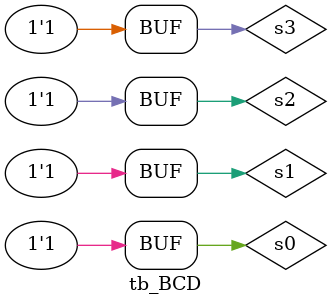
<source format=v>
`timescale 1ns / 1ps

module tb_BCD;
    
    // Inputs, defined as registers
    reg s3;
    reg s2;
    reg s1;
    reg s0;
    
    // Outputs, defined as wires
    wire a, b, c, d, e, f, g, A0, A1, A2, A3, dp;
    
    // Instantiate the UUT (unit under test)
    BCD uut(
        .s3(s3),
        .s2(s2),
        .s1(s1),
        .s0(s0),
        .a(a), 
        .b(b), 
        .c(c),
        .d(d),
        .e(e), 
        .f(f),
        .g(g), 
        .A0(A0),
        .A1(A1),
        .A2(A2),
        .A3(A3),
        .dp(dp)
        
    );
    
    initial begin
        // Initialize Inputs
        s3 = 0;
        s2 = 0;
        s1 = 0;
        s0 = 0;
        
        // Wait 50 ns for global reset to finish
        #50;
        
        // Stimulus -- all input combinations followed by some wait time to observe the o/p  
        s3 = 0;
        s2 = 0;
        s1 = 0;
        s0 = 1;
        #50;
        
        s3 = 0;
        s2 = 0;
        s1 = 1;
        s0 = 0;
        #50;
        
        s3 = 0;
        s2 = 0;
        s1 = 1;
        s0 = 1;
        #50;
        
        s3 = 0;
        s2 = 1;
        s1 = 0;
        s0 = 0;
        #50;
        
        s3 = 0;
        s2 = 1;
        s1 = 0;
        s0 = 1;
        #50;
        
        s3 = 0;
        s2 = 1;
        s1 = 1;
        s0 = 0;
        #50;
        
        s3 = 0;
        s2 = 1;
        s1 = 1;
        s0 = 1;
        #50;
        
        s3 = 1;
        s2 = 0;
        s1 = 0;
        s0 = 0;
        #50;
        
        s3 = 1;
        s2 = 0;
        s1 = 0;
        s0 = 1;
        #50;
        
        s3 = 1;
        s2 = 0;
        s1 = 1;
        s0 = 0;
        #50;
        
        s3 = 1;
        s2 = 0;
        s1 = 1;
        s0 = 1;
        #50;
        
        s3 = 1;
        s2 = 1;
        s1 = 0;
        s0 = 0;
        #50;
        
        s3 = 1;
        s2 = 1;
        s1 = 0;
        s0 = 1;
        #50;
        
        s3 = 1;
        s2 = 1;
        s1 = 1;
        s0 = 0;
        #50;
        
        s3 = 1;
        s2 = 1;
        s1 = 1;
        s0 = 1;
        #50;
        
    end
    
    
    
endmodule
</source>
